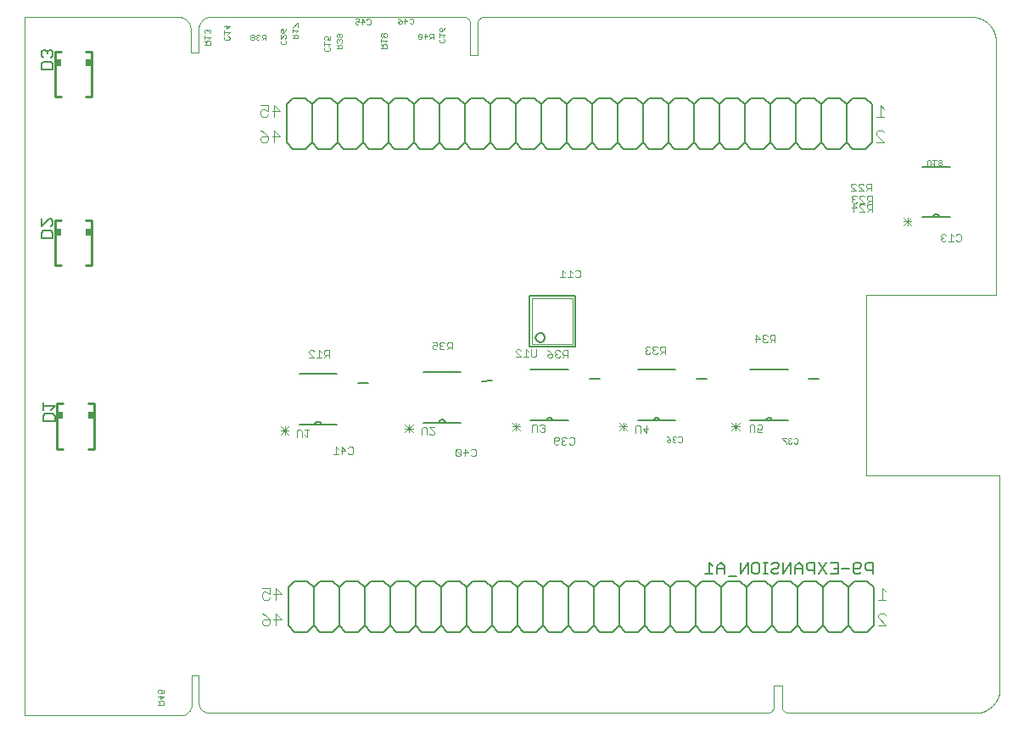
<source format=gbo>
G75*
G70*
%OFA0B0*%
%FSLAX24Y24*%
%IPPOS*%
%LPD*%
%AMOC8*
5,1,8,0,0,1.08239X$1,22.5*
%
%ADD10C,0.0000*%
%ADD11C,0.0060*%
%ADD12C,0.0040*%
%ADD13C,0.0030*%
%ADD14C,0.0020*%
%ADD15C,0.0050*%
%ADD16C,0.0100*%
%ADD17R,0.0197X0.0295*%
D10*
X000474Y003346D02*
X006615Y003346D01*
X006616Y003346D02*
X006657Y003350D01*
X006699Y003358D01*
X006739Y003369D01*
X006778Y003384D01*
X006815Y003403D01*
X006851Y003425D01*
X006884Y003450D01*
X006915Y003478D01*
X006944Y003509D01*
X006969Y003542D01*
X006991Y003577D01*
X007010Y003615D01*
X007025Y003654D01*
X007037Y003694D01*
X007044Y003735D01*
X007048Y003777D01*
X007049Y003819D01*
X007049Y004921D01*
X007324Y004921D01*
X007324Y003858D01*
X007323Y003821D01*
X007327Y003784D01*
X007334Y003748D01*
X007344Y003713D01*
X007358Y003679D01*
X007376Y003646D01*
X007396Y003616D01*
X007419Y003587D01*
X007445Y003561D01*
X007474Y003538D01*
X007504Y003517D01*
X007536Y003500D01*
X007570Y003485D01*
X007606Y003475D01*
X007642Y003467D01*
X007678Y003464D01*
X029686Y003464D01*
X029714Y003466D01*
X029742Y003471D01*
X029770Y003479D01*
X029796Y003491D01*
X029820Y003506D01*
X029842Y003523D01*
X029863Y003544D01*
X029880Y003566D01*
X029895Y003590D01*
X029907Y003616D01*
X029915Y003644D01*
X029920Y003672D01*
X029922Y003700D01*
X029923Y003700D02*
X029923Y004527D01*
X030237Y004527D01*
X030237Y003700D01*
X030238Y003700D02*
X030240Y003672D01*
X030245Y003644D01*
X030253Y003616D01*
X030265Y003590D01*
X030280Y003566D01*
X030297Y003544D01*
X030318Y003523D01*
X030340Y003506D01*
X030364Y003491D01*
X030390Y003479D01*
X030418Y003471D01*
X030446Y003466D01*
X030474Y003464D01*
X037993Y003464D01*
X037994Y003464D02*
X038052Y003475D01*
X038109Y003489D01*
X038165Y003506D01*
X038219Y003528D01*
X038273Y003552D01*
X038325Y003580D01*
X038374Y003611D01*
X038422Y003645D01*
X038468Y003682D01*
X038511Y003722D01*
X038552Y003764D01*
X038589Y003809D01*
X038624Y003856D01*
X038656Y003906D01*
X038685Y003957D01*
X038711Y004010D01*
X038733Y004064D01*
X038751Y004120D01*
X038767Y004177D01*
X038778Y004234D01*
X038786Y004292D01*
X038790Y004351D01*
X038791Y004410D01*
X038788Y004468D01*
X038781Y004527D01*
X038781Y012795D01*
X033545Y012795D01*
X033545Y019882D01*
X038663Y019882D01*
X038643Y029882D01*
X038640Y029942D01*
X038633Y030002D01*
X038622Y030062D01*
X038608Y030121D01*
X038589Y030179D01*
X038568Y030235D01*
X038543Y030291D01*
X038514Y030344D01*
X038482Y030396D01*
X038447Y030445D01*
X038409Y030492D01*
X038368Y030537D01*
X038324Y030579D01*
X038278Y030618D01*
X038229Y030654D01*
X038178Y030687D01*
X038126Y030717D01*
X038071Y030743D01*
X038015Y030766D01*
X037957Y030786D01*
X037899Y030801D01*
X037839Y030813D01*
X037779Y030822D01*
X037719Y030826D01*
X037658Y030827D01*
X037659Y030826D02*
X018545Y030826D01*
X018545Y030827D02*
X018514Y030825D01*
X018484Y030820D01*
X018454Y030812D01*
X018425Y030800D01*
X018398Y030785D01*
X018373Y030767D01*
X018350Y030746D01*
X018329Y030723D01*
X018311Y030698D01*
X018296Y030671D01*
X018284Y030642D01*
X018276Y030612D01*
X018271Y030582D01*
X018269Y030551D01*
X018269Y029330D01*
X017993Y029330D01*
X017993Y030551D01*
X017994Y030551D02*
X017992Y030582D01*
X017987Y030612D01*
X017979Y030642D01*
X017967Y030671D01*
X017952Y030698D01*
X017934Y030723D01*
X017913Y030746D01*
X017890Y030767D01*
X017865Y030785D01*
X017838Y030800D01*
X017809Y030812D01*
X017779Y030820D01*
X017749Y030825D01*
X017718Y030827D01*
X017718Y030826D02*
X007797Y030826D01*
X007756Y030824D01*
X007715Y030819D01*
X007675Y030810D01*
X007636Y030798D01*
X007598Y030782D01*
X007561Y030763D01*
X007526Y030741D01*
X007494Y030716D01*
X007463Y030688D01*
X007435Y030657D01*
X007410Y030625D01*
X007388Y030590D01*
X007369Y030553D01*
X007353Y030515D01*
X007341Y030476D01*
X007332Y030436D01*
X007327Y030395D01*
X007325Y030354D01*
X007324Y030354D02*
X007324Y029409D01*
X007009Y029409D01*
X007009Y030354D01*
X007010Y030354D02*
X007006Y030397D01*
X006999Y030439D01*
X006988Y030481D01*
X006973Y030521D01*
X006955Y030560D01*
X006934Y030597D01*
X006909Y030633D01*
X006882Y030666D01*
X006851Y030696D01*
X006819Y030724D01*
X006783Y030749D01*
X006746Y030770D01*
X006707Y030789D01*
X006667Y030804D01*
X006625Y030815D01*
X006583Y030823D01*
X006540Y030826D01*
X006497Y030827D01*
X006497Y030826D02*
X000474Y030826D01*
X000474Y003346D01*
D11*
X010840Y006887D02*
X011090Y006637D01*
X011590Y006637D01*
X011840Y006887D01*
X012090Y006637D01*
X012590Y006637D01*
X012840Y006887D01*
X013090Y006637D01*
X013590Y006637D01*
X013840Y006887D01*
X013840Y008387D01*
X013590Y008637D01*
X013090Y008637D01*
X012840Y008387D01*
X012590Y008637D01*
X012090Y008637D01*
X011840Y008387D01*
X011590Y008637D01*
X011090Y008637D01*
X010840Y008387D01*
X010840Y006887D01*
X011840Y006887D02*
X011840Y008387D01*
X012840Y008387D02*
X012840Y006887D01*
X013840Y006887D02*
X014090Y006637D01*
X014590Y006637D01*
X014840Y006887D01*
X014840Y008387D01*
X014590Y008637D01*
X014090Y008637D01*
X013840Y008387D01*
X014840Y008387D02*
X015090Y008637D01*
X015590Y008637D01*
X015840Y008387D01*
X015840Y006887D01*
X016090Y006637D01*
X016590Y006637D01*
X016840Y006887D01*
X016840Y008387D01*
X016590Y008637D01*
X016090Y008637D01*
X015840Y008387D01*
X016840Y008387D02*
X017090Y008637D01*
X017590Y008637D01*
X017840Y008387D01*
X017840Y006887D01*
X018090Y006637D01*
X018590Y006637D01*
X018840Y006887D01*
X018840Y008387D01*
X018590Y008637D01*
X018090Y008637D01*
X017840Y008387D01*
X018840Y008387D02*
X019090Y008637D01*
X019590Y008637D01*
X019840Y008387D01*
X019840Y006887D01*
X020090Y006637D01*
X020590Y006637D01*
X020840Y006887D01*
X020840Y008387D01*
X020590Y008637D01*
X020090Y008637D01*
X019840Y008387D01*
X020840Y008387D02*
X021090Y008637D01*
X021590Y008637D01*
X021840Y008387D01*
X021840Y006887D01*
X022090Y006637D01*
X022590Y006637D01*
X022840Y006887D01*
X022840Y008387D01*
X022590Y008637D01*
X022090Y008637D01*
X021840Y008387D01*
X022840Y008387D02*
X023090Y008637D01*
X023590Y008637D01*
X023840Y008387D01*
X023840Y006887D01*
X024090Y006637D01*
X024590Y006637D01*
X024840Y006887D01*
X024840Y008387D01*
X024590Y008637D01*
X024090Y008637D01*
X023840Y008387D01*
X024840Y008387D02*
X025090Y008637D01*
X025590Y008637D01*
X025840Y008387D01*
X025840Y006887D01*
X026090Y006637D01*
X026590Y006637D01*
X026840Y006887D01*
X026840Y008387D01*
X026590Y008637D01*
X026090Y008637D01*
X025840Y008387D01*
X026840Y008387D02*
X027090Y008637D01*
X027590Y008637D01*
X027840Y008387D01*
X027840Y006887D01*
X027590Y006637D01*
X027090Y006637D01*
X026840Y006887D01*
X027840Y006887D02*
X028090Y006637D01*
X028590Y006637D01*
X028840Y006887D01*
X028840Y008387D01*
X028590Y008637D01*
X028090Y008637D01*
X027840Y008387D01*
X028840Y008387D02*
X029090Y008637D01*
X029590Y008637D01*
X029840Y008387D01*
X029840Y006887D01*
X029590Y006637D01*
X029090Y006637D01*
X028840Y006887D01*
X029840Y006887D02*
X030090Y006637D01*
X030590Y006637D01*
X030840Y006887D01*
X030840Y008387D01*
X030590Y008637D01*
X030090Y008637D01*
X029840Y008387D01*
X030840Y008387D02*
X031090Y008637D01*
X031590Y008637D01*
X031840Y008387D01*
X031840Y006887D01*
X031590Y006637D01*
X031090Y006637D01*
X030840Y006887D01*
X031840Y006887D02*
X032090Y006637D01*
X032590Y006637D01*
X032840Y006887D01*
X032840Y008387D01*
X032590Y008637D01*
X032090Y008637D01*
X031840Y008387D01*
X032840Y008387D02*
X033090Y008637D01*
X033590Y008637D01*
X033840Y008387D01*
X033840Y006887D01*
X033590Y006637D01*
X033090Y006637D01*
X032840Y006887D01*
X025840Y006887D02*
X025590Y006637D01*
X025090Y006637D01*
X024840Y006887D01*
X023840Y006887D02*
X023590Y006637D01*
X023090Y006637D01*
X022840Y006887D01*
X021840Y006887D02*
X021590Y006637D01*
X021090Y006637D01*
X020840Y006887D01*
X019840Y006887D02*
X019590Y006637D01*
X019090Y006637D01*
X018840Y006887D01*
X017840Y006887D02*
X017590Y006637D01*
X017090Y006637D01*
X016840Y006887D01*
X015840Y006887D02*
X015590Y006637D01*
X015090Y006637D01*
X014840Y006887D01*
X016151Y014866D02*
X016771Y014866D01*
X017011Y014866D01*
X017631Y014866D01*
X017011Y014866D02*
X017009Y014887D01*
X017004Y014907D01*
X016995Y014926D01*
X016983Y014943D01*
X016968Y014958D01*
X016951Y014970D01*
X016932Y014979D01*
X016912Y014984D01*
X016891Y014986D01*
X016870Y014984D01*
X016850Y014979D01*
X016831Y014970D01*
X016814Y014958D01*
X016799Y014943D01*
X016787Y014926D01*
X016778Y014907D01*
X016773Y014887D01*
X016771Y014866D01*
X018461Y016506D02*
X018861Y016516D01*
X017631Y016866D02*
X016151Y016866D01*
X013979Y016437D02*
X013579Y016427D01*
X012749Y016787D02*
X011269Y016787D01*
X011269Y014787D02*
X011889Y014787D01*
X012129Y014787D01*
X012749Y014787D01*
X012129Y014787D02*
X012127Y014808D01*
X012122Y014828D01*
X012113Y014847D01*
X012101Y014864D01*
X012086Y014879D01*
X012069Y014891D01*
X012050Y014900D01*
X012030Y014905D01*
X012009Y014907D01*
X011988Y014905D01*
X011968Y014900D01*
X011949Y014891D01*
X011932Y014879D01*
X011917Y014864D01*
X011905Y014847D01*
X011896Y014828D01*
X011891Y014808D01*
X011889Y014787D01*
X020364Y014945D02*
X020984Y014945D01*
X021224Y014945D01*
X021844Y014945D01*
X021224Y014945D02*
X021222Y014966D01*
X021217Y014986D01*
X021208Y015005D01*
X021196Y015022D01*
X021181Y015037D01*
X021164Y015049D01*
X021145Y015058D01*
X021125Y015063D01*
X021104Y015065D01*
X021083Y015063D01*
X021063Y015058D01*
X021044Y015049D01*
X021027Y015037D01*
X021012Y015022D01*
X021000Y015005D01*
X020991Y014986D01*
X020986Y014966D01*
X020984Y014945D01*
X022674Y016585D02*
X023074Y016595D01*
X021844Y016945D02*
X020364Y016945D01*
X020323Y017868D02*
X022120Y017868D01*
X022120Y019848D01*
X020323Y019848D01*
X020323Y017868D01*
X020562Y018218D02*
X020564Y018244D01*
X020570Y018270D01*
X020579Y018294D01*
X020592Y018317D01*
X020608Y018338D01*
X020627Y018356D01*
X020648Y018372D01*
X020672Y018384D01*
X020696Y018392D01*
X020722Y018397D01*
X020749Y018398D01*
X020775Y018395D01*
X020800Y018388D01*
X020824Y018378D01*
X020847Y018364D01*
X020867Y018348D01*
X020884Y018328D01*
X020899Y018306D01*
X020910Y018282D01*
X020918Y018257D01*
X020922Y018231D01*
X020922Y018205D01*
X020918Y018179D01*
X020910Y018154D01*
X020899Y018130D01*
X020884Y018108D01*
X020867Y018088D01*
X020847Y018072D01*
X020824Y018058D01*
X020800Y018048D01*
X020775Y018041D01*
X020749Y018038D01*
X020722Y018039D01*
X020696Y018044D01*
X020672Y018052D01*
X020648Y018064D01*
X020627Y018080D01*
X020608Y018098D01*
X020592Y018119D01*
X020579Y018142D01*
X020570Y018166D01*
X020564Y018192D01*
X020562Y018218D01*
X024576Y016945D02*
X026056Y016945D01*
X026886Y016585D02*
X027286Y016595D01*
X028986Y016945D02*
X030466Y016945D01*
X031296Y016585D02*
X031696Y016595D01*
X030466Y014945D02*
X029846Y014945D01*
X029606Y014945D01*
X028986Y014945D01*
X029606Y014945D02*
X029608Y014966D01*
X029613Y014986D01*
X029622Y015005D01*
X029634Y015022D01*
X029649Y015037D01*
X029666Y015049D01*
X029685Y015058D01*
X029705Y015063D01*
X029726Y015065D01*
X029747Y015063D01*
X029767Y015058D01*
X029786Y015049D01*
X029803Y015037D01*
X029818Y015022D01*
X029830Y015005D01*
X029839Y014986D01*
X029844Y014966D01*
X029846Y014945D01*
X026056Y014945D02*
X025436Y014945D01*
X025196Y014945D01*
X024576Y014945D01*
X025196Y014945D02*
X025198Y014966D01*
X025203Y014986D01*
X025212Y015005D01*
X025224Y015022D01*
X025239Y015037D01*
X025256Y015049D01*
X025275Y015058D01*
X025295Y015063D01*
X025316Y015065D01*
X025337Y015063D01*
X025357Y015058D01*
X025376Y015049D01*
X025393Y015037D01*
X025408Y015022D01*
X025420Y015005D01*
X025429Y014986D01*
X025434Y014966D01*
X025436Y014945D01*
X035740Y022957D02*
X036180Y022957D01*
X036420Y022957D01*
X036860Y022957D01*
X036420Y022957D02*
X036418Y022978D01*
X036413Y022998D01*
X036404Y023017D01*
X036392Y023034D01*
X036377Y023049D01*
X036360Y023061D01*
X036341Y023070D01*
X036321Y023075D01*
X036300Y023077D01*
X036279Y023075D01*
X036259Y023070D01*
X036240Y023061D01*
X036223Y023049D01*
X036208Y023034D01*
X036196Y023017D01*
X036187Y022998D01*
X036182Y022978D01*
X036180Y022957D01*
X036182Y022978D01*
X036187Y022998D01*
X036196Y023017D01*
X036208Y023034D01*
X036223Y023049D01*
X036240Y023061D01*
X036259Y023070D01*
X036279Y023075D01*
X036300Y023077D01*
X036321Y023075D01*
X036341Y023070D01*
X036360Y023061D01*
X036377Y023049D01*
X036392Y023034D01*
X036404Y023017D01*
X036413Y022998D01*
X036418Y022978D01*
X036420Y022957D01*
X036860Y024917D02*
X035740Y024917D01*
X033777Y025880D02*
X033777Y027380D01*
X033527Y027630D01*
X033027Y027630D01*
X032777Y027380D01*
X032777Y025880D01*
X032527Y025630D01*
X032027Y025630D01*
X031777Y025880D01*
X031777Y027380D01*
X031527Y027630D01*
X031027Y027630D01*
X030777Y027380D01*
X030777Y025880D01*
X030527Y025630D01*
X030027Y025630D01*
X029777Y025880D01*
X029777Y027380D01*
X029527Y027630D01*
X029027Y027630D01*
X028777Y027380D01*
X028777Y025880D01*
X028527Y025630D01*
X028027Y025630D01*
X027777Y025880D01*
X027777Y027380D01*
X027527Y027630D01*
X027027Y027630D01*
X026777Y027380D01*
X026777Y025880D01*
X027027Y025630D01*
X027527Y025630D01*
X027777Y025880D01*
X028777Y025880D02*
X029027Y025630D01*
X029527Y025630D01*
X029777Y025880D01*
X030777Y025880D02*
X031027Y025630D01*
X031527Y025630D01*
X031777Y025880D01*
X032777Y025880D02*
X033027Y025630D01*
X033527Y025630D01*
X033777Y025880D01*
X032777Y027380D02*
X032527Y027630D01*
X032027Y027630D01*
X031777Y027380D01*
X030777Y027380D02*
X030527Y027630D01*
X030027Y027630D01*
X029777Y027380D01*
X028777Y027380D02*
X028527Y027630D01*
X028027Y027630D01*
X027777Y027380D01*
X026777Y027380D02*
X026527Y027630D01*
X026027Y027630D01*
X025777Y027380D01*
X025777Y025880D01*
X026027Y025630D01*
X026527Y025630D01*
X026777Y025880D01*
X025777Y025880D02*
X025527Y025630D01*
X025027Y025630D01*
X024777Y025880D01*
X024777Y027380D01*
X024527Y027630D01*
X024027Y027630D01*
X023777Y027380D01*
X023777Y025880D01*
X024027Y025630D01*
X024527Y025630D01*
X024777Y025880D01*
X023777Y025880D02*
X023527Y025630D01*
X023027Y025630D01*
X022777Y025880D01*
X022777Y027380D01*
X022527Y027630D01*
X022027Y027630D01*
X021777Y027380D01*
X021777Y025880D01*
X022027Y025630D01*
X022527Y025630D01*
X022777Y025880D01*
X021777Y025880D02*
X021527Y025630D01*
X021027Y025630D01*
X020777Y025880D01*
X020777Y027380D01*
X020527Y027630D01*
X020027Y027630D01*
X019777Y027380D01*
X019777Y025880D01*
X020027Y025630D01*
X020527Y025630D01*
X020777Y025880D01*
X019777Y025880D02*
X019527Y025630D01*
X019027Y025630D01*
X018777Y025880D01*
X018777Y027380D01*
X018527Y027630D01*
X018027Y027630D01*
X017777Y027380D01*
X017777Y025880D01*
X018027Y025630D01*
X018527Y025630D01*
X018777Y025880D01*
X017777Y025880D02*
X017527Y025630D01*
X017027Y025630D01*
X016777Y025880D01*
X016777Y027380D01*
X016527Y027630D01*
X016027Y027630D01*
X015777Y027380D01*
X015777Y025880D01*
X016027Y025630D01*
X016527Y025630D01*
X016777Y025880D01*
X015777Y025880D02*
X015527Y025630D01*
X015027Y025630D01*
X014777Y025880D01*
X014527Y025630D01*
X014027Y025630D01*
X013777Y025880D01*
X013527Y025630D01*
X013027Y025630D01*
X012777Y025880D01*
X012527Y025630D01*
X012027Y025630D01*
X011777Y025880D01*
X011527Y025630D01*
X011027Y025630D01*
X010777Y025880D01*
X010777Y027380D01*
X011027Y027630D01*
X011527Y027630D01*
X011777Y027380D01*
X012027Y027630D01*
X012527Y027630D01*
X012777Y027380D01*
X013027Y027630D01*
X013527Y027630D01*
X013777Y027380D01*
X013777Y025880D01*
X012777Y025880D02*
X012777Y027380D01*
X013777Y027380D02*
X014027Y027630D01*
X014527Y027630D01*
X014777Y027380D01*
X014777Y025880D01*
X014777Y027380D02*
X015027Y027630D01*
X015527Y027630D01*
X015777Y027380D01*
X016777Y027380D02*
X017027Y027630D01*
X017527Y027630D01*
X017777Y027380D01*
X018777Y027380D02*
X019027Y027630D01*
X019527Y027630D01*
X019777Y027380D01*
X020777Y027380D02*
X021027Y027630D01*
X021527Y027630D01*
X021777Y027380D01*
X022777Y027380D02*
X023027Y027630D01*
X023527Y027630D01*
X023777Y027380D01*
X024777Y027380D02*
X025027Y027630D01*
X025527Y027630D01*
X025777Y027380D01*
X011777Y027380D02*
X011777Y025880D01*
D12*
X010507Y026130D02*
X010200Y026130D01*
X010046Y026130D02*
X009816Y026130D01*
X009740Y026053D01*
X009740Y025976D01*
X009816Y025900D01*
X009970Y025900D01*
X010046Y025976D01*
X010046Y026130D01*
X009893Y026283D01*
X009740Y026360D01*
X010277Y026360D02*
X010507Y026130D01*
X010277Y025900D02*
X010277Y026360D01*
X010277Y026900D02*
X010277Y027360D01*
X010507Y027130D01*
X010200Y027130D01*
X010046Y027130D02*
X009893Y027206D01*
X009816Y027206D01*
X009740Y027130D01*
X009740Y026976D01*
X009816Y026900D01*
X009970Y026900D01*
X010046Y026976D01*
X010046Y027130D02*
X010046Y027360D01*
X009740Y027360D01*
X009803Y008368D02*
X010109Y008368D01*
X010109Y008138D01*
X009956Y008214D01*
X009879Y008214D01*
X009803Y008138D01*
X009803Y007984D01*
X009879Y007907D01*
X010033Y007907D01*
X010109Y007984D01*
X010263Y008138D02*
X010570Y008138D01*
X010340Y008368D01*
X010340Y007907D01*
X010340Y007368D02*
X010570Y007138D01*
X010263Y007138D01*
X010109Y007138D02*
X009879Y007138D01*
X009803Y007061D01*
X009803Y006984D01*
X009879Y006907D01*
X010033Y006907D01*
X010109Y006984D01*
X010109Y007138D01*
X009956Y007291D01*
X009803Y007368D01*
X010340Y007368D02*
X010340Y006907D01*
X034013Y006907D02*
X034320Y006907D01*
X034013Y007214D01*
X034013Y007291D01*
X034090Y007368D01*
X034243Y007368D01*
X034320Y007291D01*
X034320Y007907D02*
X034013Y007907D01*
X034166Y007907D02*
X034166Y008368D01*
X034320Y008214D01*
X034257Y025900D02*
X033950Y025900D01*
X033950Y026206D02*
X033950Y026283D01*
X034027Y026360D01*
X034180Y026360D01*
X034257Y026283D01*
X033950Y026206D02*
X034257Y025900D01*
X034257Y026900D02*
X033950Y026900D01*
X034103Y026900D02*
X034103Y027360D01*
X034257Y027206D01*
D13*
X033740Y024269D02*
X033595Y024269D01*
X033547Y024221D01*
X033547Y024124D01*
X033595Y024076D01*
X033740Y024076D01*
X033643Y024076D02*
X033547Y023979D01*
X033446Y023979D02*
X033252Y024173D01*
X033252Y024221D01*
X033300Y024269D01*
X033397Y024269D01*
X033446Y024221D01*
X033446Y023979D02*
X033252Y023979D01*
X033151Y023979D02*
X032957Y024173D01*
X032957Y024221D01*
X033006Y024269D01*
X033103Y024269D01*
X033151Y024221D01*
X033151Y023979D02*
X032957Y023979D01*
X033045Y023797D02*
X032997Y023749D01*
X032997Y023700D01*
X033045Y023652D01*
X032997Y023604D01*
X032997Y023555D01*
X033045Y023507D01*
X033142Y023507D01*
X033190Y023555D01*
X033291Y023507D02*
X033485Y023507D01*
X033291Y023700D01*
X033291Y023749D01*
X033340Y023797D01*
X033437Y023797D01*
X033485Y023749D01*
X033586Y023749D02*
X033586Y023652D01*
X033634Y023604D01*
X033780Y023604D01*
X033683Y023604D02*
X033586Y023507D01*
X033634Y023462D02*
X033586Y023414D01*
X033586Y023317D01*
X033634Y023269D01*
X033780Y023269D01*
X033780Y023172D02*
X033780Y023462D01*
X033634Y023462D01*
X033780Y023507D02*
X033780Y023797D01*
X033634Y023797D01*
X033586Y023749D01*
X033740Y023979D02*
X033740Y024269D01*
X033190Y023749D02*
X033142Y023797D01*
X033045Y023797D01*
X033045Y023652D02*
X033094Y023652D01*
X033045Y023462D02*
X033190Y023317D01*
X032997Y023317D01*
X033045Y023172D02*
X033045Y023462D01*
X033291Y023414D02*
X033340Y023462D01*
X033437Y023462D01*
X033485Y023414D01*
X033291Y023414D02*
X033291Y023366D01*
X033485Y023172D01*
X033291Y023172D01*
X033586Y023172D02*
X033683Y023269D01*
X035015Y022933D02*
X035329Y022620D01*
X035015Y022933D01*
X035015Y022776D02*
X035329Y022776D01*
X035015Y022776D01*
X035015Y022620D02*
X035329Y022933D01*
X035015Y022620D01*
X035172Y022620D02*
X035172Y022933D01*
X035172Y022620D01*
X036485Y022239D02*
X036485Y022190D01*
X036533Y022142D01*
X036485Y022094D01*
X036485Y022045D01*
X036533Y021997D01*
X036630Y021997D01*
X036678Y022045D01*
X036780Y021997D02*
X036973Y021997D01*
X036876Y021997D02*
X036876Y022287D01*
X036973Y022190D01*
X037074Y022239D02*
X037123Y022287D01*
X037219Y022287D01*
X037268Y022239D01*
X037268Y022045D01*
X037219Y021997D01*
X037123Y021997D01*
X037074Y022045D01*
X036678Y022239D02*
X036630Y022287D01*
X036533Y022287D01*
X036485Y022239D01*
X036533Y022142D02*
X036582Y022142D01*
X029961Y018311D02*
X029961Y018021D01*
X029961Y018117D02*
X029816Y018117D01*
X029767Y018166D01*
X029767Y018262D01*
X029816Y018311D01*
X029961Y018311D01*
X029864Y018117D02*
X029767Y018021D01*
X029666Y018069D02*
X029618Y018021D01*
X029521Y018021D01*
X029473Y018069D01*
X029473Y018117D01*
X029521Y018166D01*
X029569Y018166D01*
X029521Y018166D02*
X029473Y018214D01*
X029473Y018262D01*
X029521Y018311D01*
X029618Y018311D01*
X029666Y018262D01*
X029371Y018166D02*
X029178Y018166D01*
X029226Y018311D02*
X029371Y018166D01*
X029226Y018021D02*
X029226Y018311D01*
X025650Y017858D02*
X025650Y017568D01*
X025650Y017665D02*
X025505Y017665D01*
X025456Y017713D01*
X025456Y017810D01*
X025505Y017858D01*
X025650Y017858D01*
X025553Y017665D02*
X025456Y017568D01*
X025355Y017616D02*
X025307Y017568D01*
X025210Y017568D01*
X025162Y017616D01*
X025162Y017665D01*
X025210Y017713D01*
X025258Y017713D01*
X025210Y017713D02*
X025162Y017761D01*
X025162Y017810D01*
X025210Y017858D01*
X025307Y017858D01*
X025355Y017810D01*
X025060Y017810D02*
X025012Y017858D01*
X024915Y017858D01*
X024867Y017810D01*
X024867Y017761D01*
X024915Y017713D01*
X024867Y017665D01*
X024867Y017616D01*
X024915Y017568D01*
X025012Y017568D01*
X025060Y017616D01*
X024964Y017713D02*
X024915Y017713D01*
X021811Y017720D02*
X021666Y017720D01*
X021618Y017672D01*
X021618Y017575D01*
X021666Y017527D01*
X021811Y017527D01*
X021714Y017527D02*
X021618Y017430D01*
X021516Y017478D02*
X021468Y017430D01*
X021371Y017430D01*
X021323Y017478D01*
X021323Y017527D01*
X021371Y017575D01*
X021420Y017575D01*
X021371Y017575D02*
X021323Y017624D01*
X021323Y017672D01*
X021371Y017720D01*
X021468Y017720D01*
X021516Y017672D01*
X021811Y017720D02*
X021811Y017430D01*
X021222Y017478D02*
X021173Y017430D01*
X021077Y017430D01*
X021028Y017478D01*
X021028Y017527D01*
X021077Y017575D01*
X021222Y017575D01*
X021222Y017478D01*
X021222Y017575D02*
X021125Y017672D01*
X021028Y017720D01*
X020570Y017744D02*
X020570Y017502D01*
X020522Y017454D01*
X020425Y017454D01*
X020377Y017502D01*
X020377Y017744D01*
X020275Y017647D02*
X020179Y017744D01*
X020179Y017454D01*
X020275Y017454D02*
X020082Y017454D01*
X019981Y017454D02*
X019787Y017647D01*
X019787Y017696D01*
X019836Y017744D01*
X019932Y017744D01*
X019981Y017696D01*
X019981Y017454D02*
X019787Y017454D01*
X017284Y017745D02*
X017284Y018035D01*
X017138Y018035D01*
X017090Y017987D01*
X017090Y017890D01*
X017138Y017842D01*
X017284Y017842D01*
X017187Y017842D02*
X017090Y017745D01*
X016989Y017793D02*
X016941Y017745D01*
X016844Y017745D01*
X016795Y017793D01*
X016795Y017842D01*
X016844Y017890D01*
X016892Y017890D01*
X016844Y017890D02*
X016795Y017938D01*
X016795Y017987D01*
X016844Y018035D01*
X016941Y018035D01*
X016989Y017987D01*
X016694Y018035D02*
X016694Y017890D01*
X016597Y017938D01*
X016549Y017938D01*
X016501Y017890D01*
X016501Y017793D01*
X016549Y017745D01*
X016646Y017745D01*
X016694Y017793D01*
X016694Y018035D02*
X016501Y018035D01*
X015740Y014792D02*
X015426Y014479D01*
X015426Y014636D02*
X015740Y014636D01*
X015740Y014479D02*
X015426Y014792D01*
X015583Y014792D02*
X015583Y014479D01*
X016097Y014389D02*
X016097Y014631D01*
X016146Y014680D01*
X016242Y014680D01*
X016291Y014631D01*
X016291Y014389D01*
X016392Y014438D02*
X016440Y014389D01*
X016537Y014389D01*
X016585Y014438D01*
X016585Y014486D01*
X016392Y014680D01*
X016585Y014680D01*
X017426Y013794D02*
X017619Y013600D01*
X017571Y013552D01*
X017474Y013552D01*
X017426Y013600D01*
X017426Y013794D01*
X017474Y013842D01*
X017571Y013842D01*
X017619Y013794D01*
X017619Y013600D01*
X017721Y013697D02*
X017914Y013697D01*
X017769Y013842D01*
X017769Y013552D01*
X018015Y013600D02*
X018064Y013552D01*
X018160Y013552D01*
X018209Y013600D01*
X018209Y013794D01*
X018160Y013842D01*
X018064Y013842D01*
X018015Y013794D01*
X019639Y014558D02*
X019952Y014871D01*
X019795Y014871D02*
X019795Y014558D01*
X019952Y014558D02*
X019639Y014871D01*
X019639Y014714D02*
X019952Y014714D01*
X020428Y014749D02*
X020428Y014507D01*
X020621Y014507D02*
X020621Y014749D01*
X020573Y014798D01*
X020476Y014798D01*
X020428Y014749D01*
X020723Y014749D02*
X020771Y014798D01*
X020868Y014798D01*
X020916Y014749D01*
X020916Y014701D01*
X020868Y014653D01*
X020819Y014653D01*
X020868Y014653D02*
X020916Y014604D01*
X020916Y014556D01*
X020868Y014507D01*
X020771Y014507D01*
X020723Y014556D01*
X021284Y014247D02*
X021333Y014295D01*
X021429Y014295D01*
X021478Y014247D01*
X021478Y014198D01*
X021429Y014150D01*
X021284Y014150D01*
X021284Y014053D02*
X021284Y014247D01*
X021284Y014053D02*
X021333Y014005D01*
X021429Y014005D01*
X021478Y014053D01*
X021579Y014053D02*
X021627Y014005D01*
X021724Y014005D01*
X021772Y014053D01*
X021874Y014053D02*
X021922Y014005D01*
X022019Y014005D01*
X022067Y014053D01*
X022067Y014247D01*
X022019Y014295D01*
X021922Y014295D01*
X021874Y014247D01*
X021772Y014247D02*
X021724Y014295D01*
X021627Y014295D01*
X021579Y014247D01*
X021579Y014198D01*
X021627Y014150D01*
X021579Y014102D01*
X021579Y014053D01*
X021627Y014150D02*
X021676Y014150D01*
X023851Y014558D02*
X024165Y014871D01*
X024165Y014714D02*
X023851Y014714D01*
X023851Y014871D02*
X024165Y014558D01*
X024008Y014558D02*
X024008Y014871D01*
X024483Y014710D02*
X024483Y014468D01*
X024676Y014468D02*
X024676Y014710D01*
X024628Y014758D01*
X024531Y014758D01*
X024483Y014710D01*
X024778Y014613D02*
X024971Y014613D01*
X024923Y014468D02*
X024778Y014613D01*
X024923Y014758D02*
X024923Y014468D01*
X028261Y014558D02*
X028574Y014871D01*
X028417Y014871D02*
X028417Y014558D01*
X028574Y014558D02*
X028261Y014871D01*
X028261Y014714D02*
X028574Y014714D01*
X028971Y014749D02*
X028971Y014507D01*
X029165Y014507D02*
X029165Y014749D01*
X029116Y014798D01*
X029020Y014798D01*
X028971Y014749D01*
X029266Y014749D02*
X029314Y014798D01*
X029411Y014798D01*
X029459Y014749D01*
X029459Y014653D01*
X029411Y014604D01*
X029363Y014604D01*
X029266Y014653D01*
X029266Y014507D01*
X029459Y014507D01*
X022303Y020628D02*
X022255Y020580D01*
X022158Y020580D01*
X022110Y020628D01*
X022009Y020580D02*
X021815Y020580D01*
X021912Y020580D02*
X021912Y020870D01*
X022009Y020773D01*
X022110Y020821D02*
X022158Y020870D01*
X022255Y020870D01*
X022303Y020821D01*
X022303Y020628D01*
X021714Y020580D02*
X021520Y020580D01*
X021617Y020580D02*
X021617Y020870D01*
X021714Y020773D01*
X013390Y013865D02*
X013341Y013913D01*
X013245Y013913D01*
X013196Y013865D01*
X013095Y013768D02*
X012902Y013768D01*
X012801Y013816D02*
X012704Y013913D01*
X012704Y013623D01*
X012801Y013623D02*
X012607Y013623D01*
X012950Y013623D02*
X012950Y013913D01*
X013095Y013768D01*
X013196Y013671D02*
X013245Y013623D01*
X013341Y013623D01*
X013390Y013671D01*
X013390Y013865D01*
X011664Y014581D02*
X011471Y014581D01*
X011567Y014581D02*
X011567Y014291D01*
X011471Y014388D01*
X011369Y014291D02*
X011369Y014533D01*
X011321Y014581D01*
X011224Y014581D01*
X011176Y014533D01*
X011176Y014291D01*
X010858Y014400D02*
X010544Y014714D01*
X010701Y014714D02*
X010701Y014400D01*
X010544Y014400D02*
X010858Y014714D01*
X010858Y014557D02*
X010544Y014557D01*
X011658Y017430D02*
X011852Y017430D01*
X011658Y017624D01*
X011658Y017672D01*
X011707Y017720D01*
X011803Y017720D01*
X011852Y017672D01*
X012050Y017720D02*
X012050Y017430D01*
X012146Y017430D02*
X011953Y017430D01*
X012146Y017624D02*
X012050Y017720D01*
X012248Y017672D02*
X012248Y017575D01*
X012296Y017527D01*
X012441Y017527D01*
X012344Y017527D02*
X012248Y017430D01*
X012441Y017430D02*
X012441Y017720D01*
X012296Y017720D01*
X012248Y017672D01*
D14*
X020413Y017958D02*
X022030Y017958D01*
X022030Y019758D01*
X020413Y019758D01*
X020413Y017958D01*
X025716Y014318D02*
X025789Y014282D01*
X025862Y014208D01*
X025752Y014208D01*
X025716Y014172D01*
X025716Y014135D01*
X025752Y014098D01*
X025826Y014098D01*
X025862Y014135D01*
X025862Y014208D01*
X025936Y014172D02*
X025936Y014135D01*
X025973Y014098D01*
X026047Y014098D01*
X026083Y014135D01*
X026157Y014135D02*
X026194Y014098D01*
X026268Y014098D01*
X026304Y014135D01*
X026304Y014282D01*
X026268Y014318D01*
X026194Y014318D01*
X026157Y014282D01*
X026083Y014282D02*
X026047Y014318D01*
X025973Y014318D01*
X025936Y014282D01*
X025936Y014245D01*
X025973Y014208D01*
X025936Y014172D01*
X025973Y014208D02*
X026010Y014208D01*
X030263Y014223D02*
X030410Y014076D01*
X030410Y014039D01*
X030484Y014076D02*
X030520Y014039D01*
X030594Y014039D01*
X030631Y014076D01*
X030705Y014076D02*
X030741Y014039D01*
X030815Y014039D01*
X030851Y014076D01*
X030851Y014223D01*
X030815Y014259D01*
X030741Y014259D01*
X030705Y014223D01*
X030631Y014223D02*
X030594Y014259D01*
X030520Y014259D01*
X030484Y014223D01*
X030484Y014186D01*
X030520Y014149D01*
X030484Y014113D01*
X030484Y014076D01*
X030520Y014149D02*
X030557Y014149D01*
X030410Y014259D02*
X030263Y014259D01*
X030263Y014223D01*
X035935Y024988D02*
X035935Y025171D01*
X035971Y025208D01*
X036045Y025208D01*
X036081Y025171D01*
X036081Y024988D01*
X036156Y025061D02*
X036229Y024988D01*
X036229Y025208D01*
X036156Y025208D02*
X036302Y025208D01*
X036377Y025171D02*
X036377Y025135D01*
X036413Y025098D01*
X036487Y025098D01*
X036523Y025135D01*
X036523Y025171D01*
X036487Y025208D01*
X036413Y025208D01*
X036377Y025171D01*
X036413Y025098D02*
X036377Y025061D01*
X036377Y025025D01*
X036413Y024988D01*
X036487Y024988D01*
X036523Y025025D01*
X036523Y025061D01*
X036487Y025098D01*
X016997Y029855D02*
X016960Y029819D01*
X016814Y029819D01*
X016777Y029855D01*
X016777Y029929D01*
X016814Y029966D01*
X016777Y030040D02*
X016777Y030186D01*
X016777Y030113D02*
X016997Y030113D01*
X016924Y030040D01*
X016960Y029966D02*
X016997Y029929D01*
X016997Y029855D01*
X016887Y030261D02*
X016887Y030371D01*
X016850Y030407D01*
X016814Y030407D01*
X016777Y030371D01*
X016777Y030297D01*
X016814Y030261D01*
X016887Y030261D01*
X016960Y030334D01*
X016997Y030407D01*
X016540Y030165D02*
X016540Y029945D01*
X016540Y030018D02*
X016430Y030018D01*
X016394Y030055D01*
X016394Y030128D01*
X016430Y030165D01*
X016540Y030165D01*
X016467Y030018D02*
X016394Y029945D01*
X016319Y030055D02*
X016173Y030055D01*
X016099Y030128D02*
X016099Y029981D01*
X015952Y030128D01*
X015952Y029981D01*
X015988Y029945D01*
X016062Y029945D01*
X016099Y029981D01*
X016209Y029945D02*
X016209Y030165D01*
X016319Y030055D01*
X016099Y030128D02*
X016062Y030165D01*
X015988Y030165D01*
X015952Y030128D01*
X015716Y030555D02*
X015643Y030555D01*
X015606Y030592D01*
X015532Y030665D02*
X015385Y030665D01*
X015311Y030665D02*
X015201Y030665D01*
X015164Y030628D01*
X015164Y030592D01*
X015201Y030555D01*
X015274Y030555D01*
X015311Y030592D01*
X015311Y030665D01*
X015238Y030738D01*
X015164Y030775D01*
X015422Y030775D02*
X015532Y030665D01*
X015606Y030738D02*
X015643Y030775D01*
X015716Y030775D01*
X015753Y030738D01*
X015753Y030592D01*
X015716Y030555D01*
X015422Y030555D02*
X015422Y030775D01*
X014708Y030149D02*
X014671Y030185D01*
X014635Y030185D01*
X014598Y030149D01*
X014598Y030075D01*
X014635Y030039D01*
X014671Y030039D01*
X014708Y030075D01*
X014708Y030149D01*
X014598Y030149D02*
X014561Y030185D01*
X014524Y030185D01*
X014488Y030149D01*
X014488Y030075D01*
X014524Y030039D01*
X014561Y030039D01*
X014598Y030075D01*
X014488Y029964D02*
X014488Y029818D01*
X014488Y029891D02*
X014708Y029891D01*
X014635Y029818D01*
X014671Y029744D02*
X014598Y029744D01*
X014561Y029707D01*
X014561Y029597D01*
X014561Y029670D02*
X014488Y029744D01*
X014488Y029597D02*
X014708Y029597D01*
X014708Y029707D01*
X014671Y029744D01*
X014029Y030524D02*
X013956Y030524D01*
X013919Y030560D01*
X013845Y030634D02*
X013698Y030634D01*
X013624Y030634D02*
X013550Y030670D01*
X013514Y030670D01*
X013477Y030634D01*
X013477Y030560D01*
X013514Y030524D01*
X013587Y030524D01*
X013624Y030560D01*
X013624Y030634D02*
X013624Y030744D01*
X013477Y030744D01*
X013735Y030744D02*
X013845Y030634D01*
X013919Y030707D02*
X013956Y030744D01*
X014029Y030744D01*
X014066Y030707D01*
X014066Y030560D01*
X014029Y030524D01*
X013735Y030524D02*
X013735Y030744D01*
X012962Y030135D02*
X012962Y030061D01*
X012925Y030024D01*
X012888Y030024D01*
X012852Y030061D01*
X012852Y030171D01*
X012925Y030171D02*
X012962Y030135D01*
X012925Y030171D02*
X012778Y030171D01*
X012742Y030135D01*
X012742Y030061D01*
X012778Y030024D01*
X012778Y029950D02*
X012742Y029914D01*
X012742Y029840D01*
X012778Y029804D01*
X012742Y029729D02*
X012815Y029656D01*
X012815Y029693D02*
X012815Y029583D01*
X012742Y029583D02*
X012962Y029583D01*
X012962Y029693D01*
X012925Y029729D01*
X012852Y029729D01*
X012815Y029693D01*
X012925Y029804D02*
X012962Y029840D01*
X012962Y029914D01*
X012925Y029950D01*
X012888Y029950D01*
X012852Y029914D01*
X012815Y029950D01*
X012778Y029950D01*
X012852Y029914D02*
X012852Y029877D01*
X012478Y029921D02*
X012478Y030067D01*
X012404Y030031D02*
X012368Y030067D01*
X012294Y030067D01*
X012257Y030031D01*
X012257Y029957D01*
X012294Y029921D01*
X012368Y029921D02*
X012404Y029994D01*
X012404Y030031D01*
X012368Y029921D02*
X012478Y029921D01*
X012478Y029773D02*
X012257Y029773D01*
X012257Y029700D02*
X012257Y029846D01*
X012404Y029700D02*
X012478Y029773D01*
X012441Y029625D02*
X012478Y029589D01*
X012478Y029515D01*
X012441Y029479D01*
X012294Y029479D01*
X012257Y029515D01*
X012257Y029589D01*
X012294Y029625D01*
X011224Y029990D02*
X011224Y030101D01*
X011187Y030137D01*
X011114Y030137D01*
X011077Y030101D01*
X011077Y029990D01*
X011004Y029990D02*
X011224Y029990D01*
X011077Y030064D02*
X011004Y030137D01*
X011004Y030211D02*
X011004Y030358D01*
X011004Y030285D02*
X011224Y030285D01*
X011150Y030211D01*
X011224Y030432D02*
X011224Y030579D01*
X011187Y030579D01*
X011040Y030432D01*
X011004Y030432D01*
X010765Y030343D02*
X010728Y030270D01*
X010655Y030196D01*
X010655Y030306D01*
X010618Y030343D01*
X010582Y030343D01*
X010545Y030306D01*
X010545Y030233D01*
X010582Y030196D01*
X010655Y030196D01*
X010692Y030122D02*
X010728Y030122D01*
X010765Y030085D01*
X010765Y030012D01*
X010728Y029975D01*
X010728Y029901D02*
X010765Y029864D01*
X010765Y029791D01*
X010728Y029754D01*
X010582Y029754D01*
X010545Y029791D01*
X010545Y029864D01*
X010582Y029901D01*
X010545Y029975D02*
X010692Y030122D01*
X010545Y030122D02*
X010545Y029975D01*
X009951Y029987D02*
X009841Y029987D01*
X009805Y030023D01*
X009805Y030097D01*
X009841Y030134D01*
X009951Y030134D01*
X009951Y029913D01*
X009878Y029987D02*
X009805Y029913D01*
X009730Y029950D02*
X009694Y029913D01*
X009620Y029913D01*
X009584Y029950D01*
X009584Y029987D01*
X009620Y030023D01*
X009657Y030023D01*
X009620Y030023D02*
X009584Y030060D01*
X009584Y030097D01*
X009620Y030134D01*
X009694Y030134D01*
X009730Y030097D01*
X009509Y030097D02*
X009509Y030060D01*
X009473Y030023D01*
X009399Y030023D01*
X009363Y029987D01*
X009363Y029950D01*
X009399Y029913D01*
X009473Y029913D01*
X009509Y029950D01*
X009509Y029987D01*
X009473Y030023D01*
X009399Y030023D02*
X009363Y030060D01*
X009363Y030097D01*
X009399Y030134D01*
X009473Y030134D01*
X009509Y030097D01*
X008533Y030027D02*
X008533Y029954D01*
X008496Y029917D01*
X008349Y029917D01*
X008312Y029954D01*
X008312Y030027D01*
X008349Y030064D01*
X008312Y030138D02*
X008312Y030285D01*
X008312Y030212D02*
X008533Y030212D01*
X008459Y030138D01*
X008496Y030064D02*
X008533Y030027D01*
X008423Y030359D02*
X008423Y030506D01*
X008533Y030469D02*
X008423Y030359D01*
X008533Y030469D02*
X008312Y030469D01*
X007779Y030287D02*
X007742Y030323D01*
X007705Y030323D01*
X007669Y030287D01*
X007632Y030323D01*
X007595Y030323D01*
X007559Y030287D01*
X007559Y030213D01*
X007595Y030176D01*
X007559Y030102D02*
X007559Y029956D01*
X007559Y030029D02*
X007779Y030029D01*
X007705Y029956D01*
X007669Y029881D02*
X007632Y029845D01*
X007632Y029735D01*
X007632Y029808D02*
X007559Y029881D01*
X007669Y029881D02*
X007742Y029881D01*
X007779Y029845D01*
X007779Y029735D01*
X007559Y029735D01*
X007742Y030176D02*
X007779Y030213D01*
X007779Y030287D01*
X007669Y030287D02*
X007669Y030250D01*
X005942Y004359D02*
X005942Y004212D01*
X005832Y004212D01*
X005869Y004285D01*
X005869Y004322D01*
X005832Y004359D01*
X005759Y004359D01*
X005722Y004322D01*
X005722Y004249D01*
X005759Y004212D01*
X005832Y004138D02*
X005832Y003991D01*
X005942Y004101D01*
X005722Y004101D01*
X005722Y003917D02*
X005795Y003843D01*
X005795Y003880D02*
X005795Y003770D01*
X005722Y003770D02*
X005942Y003770D01*
X005942Y003880D01*
X005906Y003917D01*
X005832Y003917D01*
X005795Y003880D01*
D15*
X001670Y014911D02*
X001219Y014911D01*
X001219Y015136D01*
X001294Y015211D01*
X001594Y015211D01*
X001670Y015136D01*
X001670Y014911D01*
X001519Y015371D02*
X001670Y015521D01*
X001219Y015521D01*
X001219Y015371D02*
X001219Y015672D01*
X001140Y022116D02*
X001140Y022341D01*
X001215Y022416D01*
X001516Y022416D01*
X001591Y022341D01*
X001591Y022116D01*
X001140Y022116D01*
X001140Y022576D02*
X001441Y022876D01*
X001516Y022876D01*
X001591Y022801D01*
X001591Y022651D01*
X001516Y022576D01*
X001140Y022576D02*
X001140Y022876D01*
X001140Y028769D02*
X001140Y028994D01*
X001215Y029070D01*
X001516Y029070D01*
X001591Y028994D01*
X001591Y028769D01*
X001140Y028769D01*
X001215Y029230D02*
X001140Y029305D01*
X001140Y029455D01*
X001215Y029530D01*
X001291Y029530D01*
X001366Y029455D01*
X001366Y029380D01*
X001366Y029455D02*
X001441Y029530D01*
X001516Y029530D01*
X001591Y029455D01*
X001591Y029305D01*
X001516Y029230D01*
X027373Y009363D02*
X027373Y008912D01*
X027523Y008912D02*
X027223Y008912D01*
X027523Y009213D02*
X027373Y009363D01*
X027683Y009213D02*
X027683Y008912D01*
X027683Y009138D02*
X027984Y009138D01*
X027984Y009213D02*
X027834Y009363D01*
X027683Y009213D01*
X027984Y009213D02*
X027984Y008912D01*
X028144Y008837D02*
X028444Y008837D01*
X028604Y008912D02*
X028604Y009363D01*
X028904Y009363D02*
X028604Y008912D01*
X028904Y008912D02*
X028904Y009363D01*
X029065Y009288D02*
X029140Y009363D01*
X029290Y009363D01*
X029365Y009288D01*
X029365Y008988D01*
X029290Y008912D01*
X029140Y008912D01*
X029065Y008988D01*
X029065Y009288D01*
X029522Y009363D02*
X029672Y009363D01*
X029597Y009363D02*
X029597Y008912D01*
X029672Y008912D02*
X029522Y008912D01*
X029832Y008988D02*
X029907Y008912D01*
X030057Y008912D01*
X030132Y008988D01*
X030057Y009138D02*
X030132Y009213D01*
X030132Y009288D01*
X030057Y009363D01*
X029907Y009363D01*
X029832Y009288D01*
X029907Y009138D02*
X029832Y009063D01*
X029832Y008988D01*
X029907Y009138D02*
X030057Y009138D01*
X030292Y009363D02*
X030292Y008912D01*
X030592Y009363D01*
X030592Y008912D01*
X030752Y008912D02*
X030752Y009213D01*
X030903Y009363D01*
X031053Y009213D01*
X031053Y008912D01*
X031053Y009138D02*
X030752Y009138D01*
X031213Y009138D02*
X031213Y009288D01*
X031288Y009363D01*
X031513Y009363D01*
X031513Y008912D01*
X031513Y009063D02*
X031288Y009063D01*
X031213Y009138D01*
X031673Y009363D02*
X031973Y008912D01*
X032134Y008912D02*
X032434Y008912D01*
X032434Y009363D01*
X032134Y009363D01*
X031973Y009363D02*
X031673Y008912D01*
X032284Y009138D02*
X032434Y009138D01*
X032594Y009138D02*
X032894Y009138D01*
X033054Y009138D02*
X033279Y009138D01*
X033354Y009213D01*
X033354Y009288D01*
X033279Y009363D01*
X033129Y009363D01*
X033054Y009288D01*
X033054Y008988D01*
X033129Y008912D01*
X033279Y008912D01*
X033354Y008988D01*
X033515Y009138D02*
X033515Y009288D01*
X033590Y009363D01*
X033815Y009363D01*
X033815Y008912D01*
X033815Y009063D02*
X033590Y009063D01*
X033515Y009138D01*
D16*
X003200Y013838D02*
X002974Y013838D01*
X003200Y013838D02*
X003200Y015610D01*
X002974Y015610D01*
X001989Y015610D02*
X001763Y015610D01*
X001763Y013838D01*
X001989Y013838D01*
X002895Y021043D02*
X003121Y021043D01*
X003121Y022815D01*
X002895Y022815D01*
X001911Y022815D02*
X001684Y022815D01*
X001684Y021043D01*
X001911Y021043D01*
X002895Y027696D02*
X003121Y027696D01*
X003121Y027697D02*
X003121Y029468D01*
X002895Y029468D01*
X001911Y029468D02*
X001684Y029468D01*
X001684Y027697D01*
X001911Y027697D01*
D17*
X001812Y029025D03*
X002993Y029025D03*
X002993Y022372D03*
X001812Y022372D03*
X001891Y015167D03*
X003072Y015167D03*
M02*

</source>
